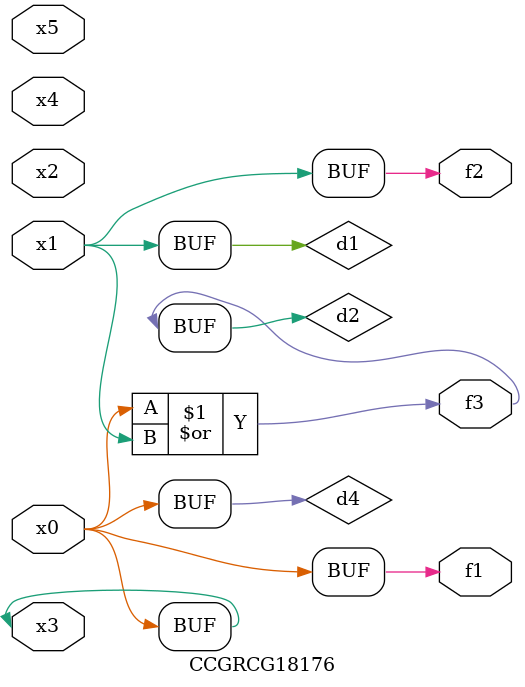
<source format=v>
module CCGRCG18176(
	input x0, x1, x2, x3, x4, x5,
	output f1, f2, f3
);

	wire d1, d2, d3, d4;

	and (d1, x1);
	or (d2, x0, x1);
	nand (d3, x0, x5);
	buf (d4, x0, x3);
	assign f1 = d4;
	assign f2 = d1;
	assign f3 = d2;
endmodule

</source>
